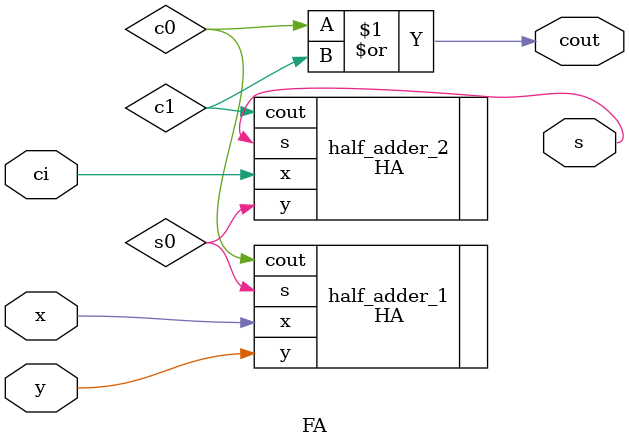
<source format=v>
`timescale 1ns / 1ps


module FA(
    input x,
    input y,
    input ci,
    output cout,
    output s);

    wire c0, c1, s0;
    HA half_adder_1(
        .x(x),
        .y(y),
        .cout(c0),
        .s(s0));
    HA half_adder_2(
        .x(ci),
        .y(s0),
        .cout(c1),
        .s(s));
    
    assign cout = c0 | c1;

endmodule

</source>
